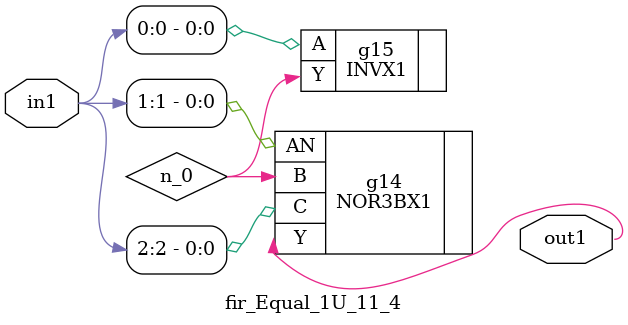
<source format=v>
`timescale 1ps / 1ps


module fir_Equal_1U_11_4(in1, out1);
  input [2:0] in1;
  output out1;
  wire [2:0] in1;
  wire out1;
  wire n_0;
  NOR3BX1 g14(.AN (in1[1]), .B (n_0), .C (in1[2]), .Y (out1));
  INVX1 g15(.A (in1[0]), .Y (n_0));
endmodule



</source>
